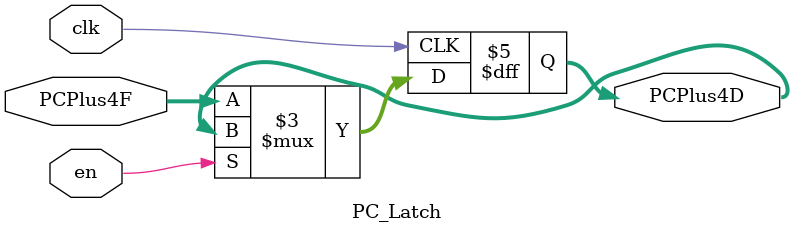
<source format=v>
`timescale 1ns / 1ps
module PC_Latch(
	input wire clk,
	input wire en,
	input wire [8:0] PCPlus4F,
	output reg [8:0] PCPlus4D
    );

always@(posedge clk)
begin
	if(en == 0)
	begin
		PCPlus4D <= PCPlus4F;
	end
end


endmodule

</source>
